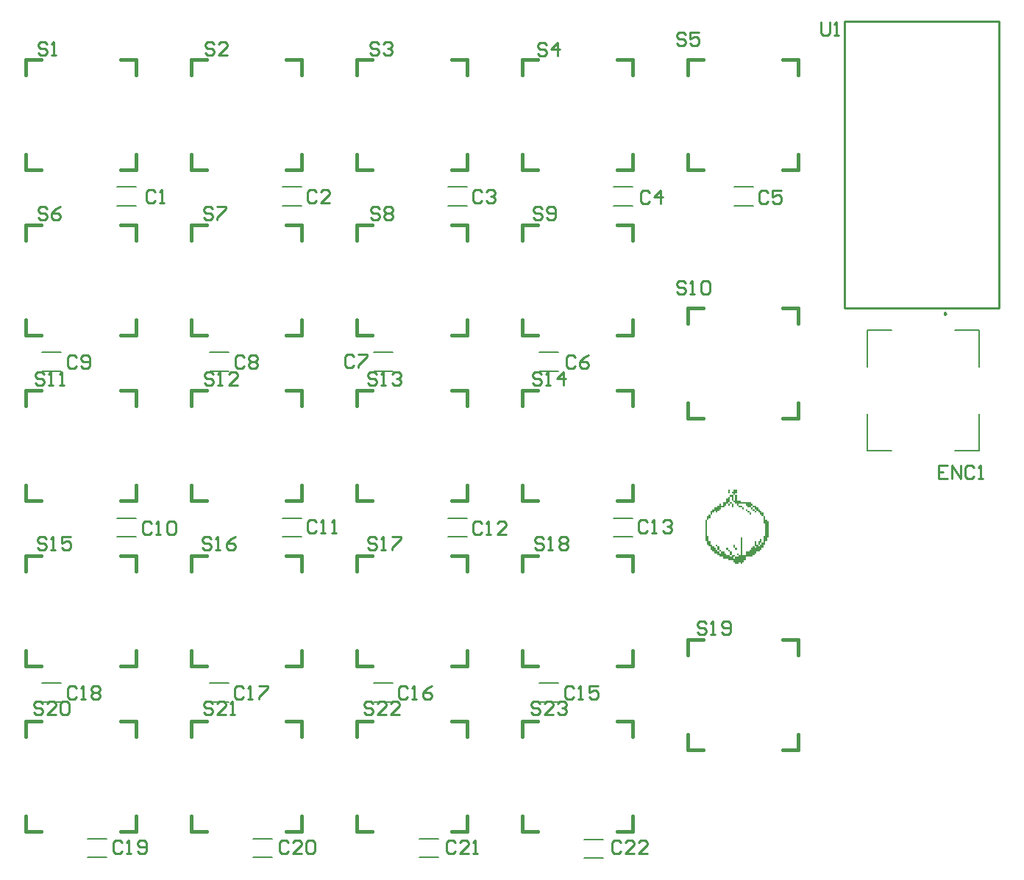
<source format=gto>
%FSTAX23Y23*%
%MOIN*%
%SFA1B1*%

%IPPOS*%
%ADD10C,0.009840*%
%ADD11C,0.015000*%
%ADD12C,0.007870*%
%ADD13C,0.010000*%
%LNnumpadpcb-1*%
%LPD*%
G36*
X18427Y06395D02*
Y06387D01*
X18419*
Y06395*
Y06403*
X18427*
Y06395*
G37*
G36*
X18459D02*
Y06387D01*
X18451*
Y06379*
X18459*
Y06371*
Y06363*
Y06355*
X18475*
Y06347*
X18523*
Y06339*
X18531*
Y06331*
X18547*
Y06323*
X18555*
Y06315*
X18563*
Y06307*
X18571*
Y06299*
X18579*
Y06291*
Y06283*
X18587*
Y06275*
Y06267*
X18595*
Y06259*
X18603*
Y06251*
Y06243*
Y06235*
Y06227*
Y06219*
Y06211*
Y06203*
Y06195*
Y06187*
X18595*
Y06179*
Y06171*
X18587*
Y06163*
Y06155*
X18579*
Y06147*
Y06139*
X18571*
Y06131*
X18563*
Y06123*
X18547*
Y06115*
X18539*
Y06107*
X18531*
Y06099*
X18499*
Y06091*
Y06083*
X18491*
Y06075*
X18483*
Y06067*
X18475*
Y06075*
X18467*
Y06067*
X18451*
Y06075*
X18443*
Y06083*
X18419*
Y06091*
X18395*
Y06099*
X18379*
Y06107*
X18371*
Y06115*
X18355*
Y06123*
X18347*
Y06131*
X18339*
Y06139*
Y06147*
X18331*
Y06155*
X18323*
Y06163*
Y06171*
X18315*
Y06179*
Y06187*
Y06195*
Y06203*
Y06211*
Y06219*
Y06227*
Y06235*
Y06243*
Y06251*
Y06259*
Y06267*
X18323*
Y06259*
Y06251*
Y06243*
Y06235*
Y06227*
Y06219*
Y06211*
Y06203*
Y06195*
X18331*
Y06187*
Y06179*
Y06171*
X18339*
Y06163*
Y06155*
X18347*
Y06147*
X18355*
Y06139*
X18363*
Y06131*
X18371*
Y06123*
X18379*
Y06115*
X18387*
Y06123*
X18379*
Y06131*
X18371*
Y06139*
Y06147*
X18363*
Y06155*
X18371*
Y06147*
X18379*
Y06139*
Y06131*
X18387*
Y06123*
X18403*
Y06115*
X18411*
Y06107*
X18427*
Y06099*
X18435*
Y06107*
X18427*
Y06115*
Y06123*
X18419*
Y06131*
X18411*
Y06139*
X18419*
Y06131*
X18427*
Y06123*
X18435*
Y06115*
Y06107*
X18451*
Y06099*
X18467*
Y06107*
X18459*
Y06115*
X18467*
Y06107*
X18475*
Y06115*
Y06123*
Y06131*
Y06139*
Y06147*
Y06155*
Y06163*
Y06171*
Y06179*
Y06187*
X18483*
Y06179*
Y06171*
Y06163*
Y06155*
Y06147*
Y06139*
Y06131*
Y06123*
Y06115*
Y06107*
X18499*
Y06115*
Y06123*
X18515*
Y06131*
X18523*
Y06139*
X18531*
Y06147*
X18539*
Y06139*
X18547*
Y06147*
X18539*
Y06155*
Y06163*
Y06171*
X18547*
Y06163*
Y06155*
X18555*
Y06147*
X18563*
Y06155*
X18555*
Y06163*
Y06171*
X18563*
Y06179*
X18571*
Y06171*
Y06163*
X18579*
Y06171*
Y06179*
Y06187*
Y06195*
X18587*
Y06203*
Y06211*
Y06219*
Y06227*
Y06235*
Y06243*
Y06251*
X18579*
Y06259*
Y06267*
Y06275*
Y06283*
X18571*
Y06291*
X18563*
Y06299*
X18555*
Y06307*
X18547*
Y06315*
X18539*
Y06323*
X18531*
Y06331*
X18523*
Y06323*
X18531*
Y06315*
X18539*
Y06307*
X18547*
Y06299*
X18539*
Y06307*
X18531*
Y06315*
X18523*
Y06323*
X18507*
Y06331*
X18499*
Y06339*
X18467*
Y06331*
X18483*
Y06323*
X18491*
Y06315*
X18483*
Y06323*
X18467*
Y06331*
X18459*
Y06339*
X18451*
Y06347*
X18443*
Y06355*
X18435*
Y06363*
Y06371*
X18427*
Y06379*
X18443*
Y06371*
Y06363*
Y06355*
X18451*
Y06363*
Y06371*
Y06379*
X18443*
Y06387*
X18435*
Y06395*
X18443*
Y06403*
X18459*
Y06395*
G37*
G36*
X18427Y06363D02*
Y06355D01*
Y06347*
X18435*
Y06339*
X18443*
Y06331*
Y06323*
X18435*
Y06331*
Y06339*
X18427*
Y06347*
X18419*
Y06339*
X18427*
Y06331*
X18419*
Y06339*
X18411*
Y06331*
X18403*
Y06323*
X18387*
Y06315*
X18379*
Y06307*
X18371*
Y06299*
X18363*
Y06307*
X18355*
Y06299*
X18347*
Y06291*
X18339*
Y06299*
Y06307*
X18347*
Y06315*
X18355*
Y06323*
X18371*
Y06331*
X18379*
Y06339*
X18387*
Y06331*
X18395*
Y06339*
Y06347*
X18411*
Y06355*
Y06363*
X18419*
Y06371*
X18427*
Y06363*
G37*
G36*
X18507Y06307D02*
X18515D01*
Y06299*
X18523*
Y06291*
X18515*
Y06299*
X18507*
Y06307*
X18499*
Y06315*
X18507*
Y06307*
G37*
G36*
X18339Y06283D02*
Y06275D01*
X18331*
Y06267*
X18323*
Y06275*
Y06283*
X18331*
Y06291*
X18339*
Y06283*
G37*
G36*
X18451Y06147D02*
Y06139D01*
X18459*
Y06131*
X18451*
Y06139*
X18443*
Y06147*
Y06155*
X18451*
Y06147*
G37*
%LNnumpadpcb-2*%
%LPC*%
G36*
X18571Y06163D02*
X18563D01*
Y06155*
X18571*
Y06163*
G37*
G36*
X18451Y06099D02*
X18443D01*
Y06091*
X18451*
Y06099*
G37*
%LNnumpadpcb-3*%
%LPD*%
G54D10*
X19406Y07202D02*
X19399Y07207D01*
Y07198*
X19406Y07202*
G54D11*
X18238Y08284D02*
Y08354D01*
Y07854D02*
Y07924D01*
Y07854D02*
X18308D01*
X18668D02*
X18738D01*
Y07924*
Y08284D02*
Y08354D01*
X18668D02*
X18738D01*
X18238D02*
X18308D01*
X18238Y07158D02*
Y07228D01*
Y06728D02*
Y06798D01*
Y06728D02*
X18308D01*
X18668D02*
X18738D01*
Y06798*
Y07158D02*
Y07228D01*
X18668D02*
X18738D01*
X18238D02*
X18308D01*
X17488Y05284D02*
Y05354D01*
Y04854D02*
Y04924D01*
Y04854D02*
X17558D01*
X17918D02*
X17988D01*
Y04924*
Y05284D02*
Y05354D01*
X17918D02*
X17988D01*
X17488D02*
X17558D01*
X16738Y05284D02*
Y05354D01*
Y04854D02*
Y04924D01*
Y04854D02*
X16808D01*
X17168D02*
X17238D01*
Y04924*
Y05284D02*
Y05354D01*
X17168D02*
X17238D01*
X16738D02*
X16808D01*
X15988Y05284D02*
Y05354D01*
Y04854D02*
Y04924D01*
Y04854D02*
X16058D01*
X16418D02*
X16488D01*
Y04924*
Y05284D02*
Y05354D01*
X16418D02*
X16488D01*
X15988D02*
X16058D01*
X15238Y05284D02*
Y05354D01*
Y04854D02*
Y04924D01*
Y04854D02*
X15308D01*
X15668D02*
X15738D01*
Y04924*
Y05284D02*
Y05354D01*
X15668D02*
X15738D01*
X15238D02*
X15308D01*
X18238Y05655D02*
Y05725D01*
Y05225D02*
Y05295D01*
Y05225D02*
X18308D01*
X18668D02*
X18738D01*
Y05295*
Y05655D02*
Y05725D01*
X18668D02*
X18738D01*
X18238D02*
X18308D01*
X17488Y06034D02*
Y06104D01*
Y05604D02*
Y05674D01*
Y05604D02*
X17558D01*
X17918D02*
X17988D01*
Y05674*
Y06034D02*
Y06104D01*
X17918D02*
X17988D01*
X17488D02*
X17558D01*
X16738Y06034D02*
Y06104D01*
Y05604D02*
Y05674D01*
Y05604D02*
X16808D01*
X17168D02*
X17238D01*
Y05674*
Y06034D02*
Y06104D01*
X17168D02*
X17238D01*
X16738D02*
X16808D01*
X15988Y06034D02*
Y06104D01*
Y05604D02*
Y05674D01*
Y05604D02*
X16058D01*
X16418D02*
X16488D01*
Y05674*
Y06034D02*
Y06104D01*
X16418D02*
X16488D01*
X15988D02*
X16058D01*
X15238Y06034D02*
Y06104D01*
Y05604D02*
Y05674D01*
Y05604D02*
X15308D01*
X15668D02*
X15738D01*
Y05674*
Y06034D02*
Y06104D01*
X15668D02*
X15738D01*
X15238D02*
X15308D01*
X17488Y06783D02*
Y06853D01*
Y06353D02*
Y06423D01*
Y06353D02*
X17558D01*
X17918D02*
X17988D01*
Y06423*
Y06783D02*
Y06853D01*
X17918D02*
X17988D01*
X17488D02*
X17558D01*
X16738Y06783D02*
Y06853D01*
Y06353D02*
Y06423D01*
Y06353D02*
X16808D01*
X17168D02*
X17238D01*
Y06423*
Y06783D02*
Y06853D01*
X17168D02*
X17238D01*
X16738D02*
X16808D01*
X15988Y06783D02*
Y06853D01*
Y06353D02*
Y06423D01*
Y06353D02*
X16058D01*
X16418D02*
X16488D01*
Y06423*
Y06783D02*
Y06853D01*
X16418D02*
X16488D01*
X15988D02*
X16058D01*
X15238Y06783D02*
Y06853D01*
Y06353D02*
Y06423D01*
Y06353D02*
X15308D01*
X15668D02*
X15738D01*
Y06423*
Y06783D02*
Y06853D01*
X15668D02*
X15738D01*
X15238D02*
X15308D01*
X17488Y07534D02*
Y07604D01*
Y07104D02*
Y07174D01*
Y07104D02*
X17558D01*
X17918D02*
X17988D01*
Y07174*
Y07534D02*
Y07604D01*
X17918D02*
X17988D01*
X17488D02*
X17558D01*
X16738Y07534D02*
Y07604D01*
Y07104D02*
Y07174D01*
Y07104D02*
X16808D01*
X17168D02*
X17238D01*
Y07174*
Y07534D02*
Y07604D01*
X17168D02*
X17238D01*
X16738D02*
X16808D01*
X15988Y07534D02*
Y07604D01*
Y07104D02*
Y07174D01*
Y07104D02*
X16058D01*
X16418D02*
X16488D01*
Y07174*
Y07534D02*
Y07604D01*
X16418D02*
X16488D01*
X15988D02*
X16058D01*
X15238Y07534D02*
Y07604D01*
Y07104D02*
Y07174D01*
Y07104D02*
X15308D01*
X15668D02*
X15738D01*
Y07174*
Y07534D02*
Y07604D01*
X15668D02*
X15738D01*
X15238D02*
X15308D01*
X17488Y08284D02*
Y08354D01*
Y07854D02*
Y07924D01*
Y07854D02*
X17558D01*
X17918D02*
X17988D01*
Y07924*
Y08284D02*
Y08354D01*
X17918D02*
X17988D01*
X17488D02*
X17558D01*
X16738Y08284D02*
Y08354D01*
Y07854D02*
Y07924D01*
Y07854D02*
X16808D01*
X17168D02*
X17238D01*
Y07924*
Y08284D02*
Y08354D01*
X17168D02*
X17238D01*
X16738D02*
X16808D01*
X15988Y08284D02*
Y08354D01*
Y07854D02*
Y07924D01*
Y07854D02*
X16058D01*
X16418D02*
X16488D01*
Y07924*
Y08284D02*
Y08354D01*
X16418D02*
X16488D01*
X15988D02*
X16058D01*
X15238Y08284D02*
Y08354D01*
Y07854D02*
Y07924D01*
Y07854D02*
X15308D01*
X15668D02*
X15738D01*
Y07924*
Y08284D02*
Y08354D01*
X15668D02*
X15738D01*
X15238D02*
X15308D01*
G54D12*
X16267Y04737D02*
X16354D01*
X16267Y04821D02*
X16354D01*
X17019Y04737D02*
X17106D01*
X17019Y04821D02*
X17106D01*
X17765Y04733D02*
X17852D01*
X17765Y04817D02*
X17852D01*
X15515Y04737D02*
X15602D01*
X15515Y04821D02*
X15602D01*
X19557Y0658D02*
Y06747D01*
Y06961D02*
Y07127D01*
X19049D02*
X19159D01*
X19446D02*
X19557D01*
X19049Y0658D02*
Y06747D01*
Y06961D02*
Y07127D01*
Y0658D02*
X19159D01*
X19446D02*
X19557D01*
X15311Y05442D02*
X15397D01*
X15311Y05526D02*
X15397D01*
X1607Y05442D02*
X16157D01*
X1607Y05526D02*
X16157D01*
X16814Y05442D02*
X16901D01*
X16814Y05526D02*
X16901D01*
X17562Y05442D02*
X17649D01*
X17562Y05527D02*
X17649D01*
X17901Y06275D02*
X17987D01*
X17901Y06191D02*
X17987D01*
X1715Y06275D02*
X17237D01*
X1715Y06191D02*
X17237D01*
X16401Y06275D02*
X16488D01*
X16401Y06191D02*
X16488D01*
X15651Y06275D02*
X15738D01*
X15651Y06191D02*
X15738D01*
X15311Y06942D02*
X15397D01*
X15311Y07026D02*
X15397D01*
X1607Y06942D02*
X16157D01*
X1607Y07026D02*
X16157D01*
X16814Y06942D02*
X16901D01*
X16814Y07026D02*
X16901D01*
X17562Y06942D02*
X17649D01*
X17562Y07026D02*
X17649D01*
X18445Y07776D02*
X18532D01*
X18445Y07691D02*
X18532D01*
X17901Y07776D02*
X17987D01*
X17901Y07691D02*
X17987D01*
X1715Y07776D02*
X17237D01*
X1715Y07691D02*
X17237D01*
X16401Y07776D02*
X16488D01*
X16401Y07691D02*
X16488D01*
X15651Y07776D02*
X15738D01*
X15651Y07691D02*
X15738D01*
G54D13*
X18946Y08526D02*
X19646D01*
Y07226D02*
Y08526D01*
X18946Y07226D02*
X19646D01*
X18946D02*
Y08526D01*
X18226Y08466D02*
X18216Y08476D01*
X18196*
X18186Y08466*
Y08456*
X18196Y08446*
X18216*
X18226Y08436*
Y08426*
X18216Y08416*
X18196*
X18186Y08426*
X18286Y08476D02*
X18246D01*
Y08446*
X18266Y08456*
X18276*
X18286Y08446*
Y08426*
X18276Y08416*
X18256*
X18246Y08426*
X18228Y07342D02*
X18218Y07352D01*
X18198*
X18188Y07342*
Y07332*
X18198Y07322*
X18218*
X18228Y07312*
Y07302*
X18218Y07292*
X18198*
X18188Y07302*
X18248Y07292D02*
X18268D01*
X18258*
Y07352*
X18248Y07342*
X18298D02*
X18308Y07352D01*
X18328*
X18338Y07342*
Y07302*
X18328Y07292*
X18308*
X18298Y07302*
Y07342*
X15334Y07677D02*
X15324Y07687D01*
X15304*
X15294Y07677*
Y07667*
X15304Y07657*
X15324*
X15334Y07647*
Y07637*
X15324Y07627*
X15304*
X15294Y07637*
X15394Y07687D02*
X15374Y07677D01*
X15354Y07657*
Y07637*
X15364Y07627*
X15384*
X15394Y07637*
Y07647*
X15384Y07657*
X15354*
X16082Y07677D02*
X16072Y07687D01*
X16052*
X16042Y07677*
Y07667*
X16052Y07657*
X16072*
X16082Y07647*
Y07637*
X16072Y07627*
X16052*
X16042Y07637*
X16102Y07687D02*
X16142D01*
Y07677*
X16102Y07637*
Y07627*
X1684Y07677D02*
X1683Y07687D01*
X1681*
X168Y07677*
Y07667*
X1681Y07657*
X1683*
X1684Y07647*
Y07637*
X1683Y07627*
X1681*
X168Y07637*
X1686Y07677D02*
X1687Y07687D01*
X1689*
X169Y07677*
Y07667*
X1689Y07657*
X169Y07647*
Y07637*
X1689Y07627*
X1687*
X1686Y07637*
Y07647*
X1687Y07657*
X1686Y07667*
Y07677*
X1687Y07657D02*
X1689D01*
X17578Y07677D02*
X17568Y07687D01*
X17548*
X17538Y07677*
Y07667*
X17548Y07657*
X17568*
X17578Y07647*
Y07637*
X17568Y07627*
X17548*
X17538Y07637*
X17598D02*
X17608Y07627D01*
X17628*
X17638Y07637*
Y07677*
X17628Y07687*
X17608*
X17598Y07677*
Y07667*
X17608Y07657*
X17638*
X15319Y06928D02*
X15309Y06938D01*
X15289*
X15279Y06928*
Y06918*
X15289Y06908*
X15309*
X15319Y06898*
Y06888*
X15309Y06878*
X15289*
X15279Y06888*
X15339Y06878D02*
X15359D01*
X15349*
Y06938*
X15339Y06928*
X15389Y06878D02*
X15409D01*
X15399*
Y06938*
X15389Y06928*
X16087D02*
X16077Y06938D01*
X16057*
X16047Y06928*
Y06918*
X16057Y06908*
X16077*
X16087Y06898*
Y06888*
X16077Y06878*
X16057*
X16047Y06888*
X16107Y06878D02*
X16127D01*
X16117*
Y06938*
X16107Y06928*
X16197Y06878D02*
X16157D01*
X16197Y06918*
Y06928*
X16187Y06938*
X16167*
X16157Y06928*
X16825D02*
X16815Y06938D01*
X16795*
X16785Y06928*
Y06918*
X16795Y06908*
X16815*
X16825Y06898*
Y06888*
X16815Y06878*
X16795*
X16785Y06888*
X16845Y06878D02*
X16865D01*
X16855*
Y06938*
X16845Y06928*
X16895D02*
X16905Y06938D01*
X16925*
X16935Y06928*
Y06918*
X16925Y06908*
X16915*
X16925*
X16935Y06898*
Y06888*
X16925Y06878*
X16905*
X16895Y06888*
X17573Y06928D02*
X17563Y06938D01*
X17543*
X17533Y06928*
Y06918*
X17543Y06908*
X17563*
X17573Y06898*
Y06888*
X17563Y06878*
X17543*
X17533Y06888*
X17593Y06878D02*
X17613D01*
X17603*
Y06938*
X17593Y06928*
X17673Y06878D02*
Y06938D01*
X17643Y06908*
X17683*
X16426Y04803D02*
X16416Y04813D01*
X16396*
X16386Y04803*
Y04763*
X16396Y04753*
X16416*
X16426Y04763*
X16486Y04753D02*
X16446D01*
X16486Y04793*
Y04803*
X16476Y04813*
X16456*
X16446Y04803*
X16506D02*
X16516Y04813D01*
X16536*
X16546Y04803*
Y04763*
X16536Y04753*
X16516*
X16506Y04763*
Y04803*
X17184D02*
X17174Y04813D01*
X17154*
X17144Y04803*
Y04763*
X17154Y04753*
X17174*
X17184Y04763*
X17244Y04753D02*
X17204D01*
X17244Y04793*
Y04803*
X17234Y04813*
X17214*
X17204Y04803*
X17264Y04753D02*
X17284D01*
X17274*
Y04813*
X17264Y04803*
X17932D02*
X17922Y04813D01*
X17902*
X17892Y04803*
Y04763*
X17902Y04753*
X17922*
X17932Y04763*
X17992Y04753D02*
X17952D01*
X17992Y04793*
Y04803*
X17982Y04813*
X17962*
X17952Y04803*
X18052Y04753D02*
X18012D01*
X18052Y04793*
Y04803*
X18042Y04813*
X18022*
X18012Y04803*
X15673D02*
X15663Y04813D01*
X15643*
X15633Y04803*
Y04763*
X15643Y04753*
X15663*
X15673Y04763*
X15693Y04753D02*
X15713D01*
X15703*
Y04813*
X15693Y04803*
X15743Y04763D02*
X15753Y04753D01*
X15773*
X15783Y04763*
Y04803*
X15773Y04813*
X15753*
X15743Y04803*
Y04793*
X15753Y04783*
X15783*
X16553Y06256D02*
X16543Y06266D01*
X16523*
X16513Y06256*
Y06216*
X16523Y06206*
X16543*
X16553Y06216*
X16573Y06206D02*
X16593D01*
X16583*
Y06266*
X16573Y06256*
X16623Y06206D02*
X16643D01*
X16633*
Y06266*
X16623Y06256*
X17728Y07004D02*
X17718Y07014D01*
X17698*
X17688Y07004*
Y06964*
X17698Y06954*
X17718*
X17728Y06964*
X17788Y07014D02*
X17768Y07004D01*
X17748Y06984*
Y06964*
X17758Y06954*
X17778*
X17788Y06964*
Y06974*
X17778Y06984*
X17748*
X16722Y07008D02*
X16712Y07018D01*
X16692*
X16682Y07008*
Y06968*
X16692Y06958*
X16712*
X16722Y06968*
X16742Y07018D02*
X16782D01*
Y07008*
X16742Y06968*
Y06958*
X16228Y07004D02*
X16218Y07014D01*
X16198*
X16188Y07004*
Y06964*
X16198Y06954*
X16218*
X16228Y06964*
X16248Y07004D02*
X16258Y07014D01*
X16278*
X16288Y07004*
Y06994*
X16278Y06984*
X16288Y06974*
Y06964*
X16278Y06954*
X16258*
X16248Y06964*
Y06974*
X16258Y06984*
X16248Y06994*
Y07004*
X16258Y06984D02*
X16278D01*
X15466Y07004D02*
X15456Y07014D01*
X15436*
X15426Y07004*
Y06964*
X15436Y06954*
X15456*
X15466Y06964*
X15486D02*
X15496Y06954D01*
X15516*
X15526Y06964*
Y07004*
X15516Y07014*
X15496*
X15486Y07004*
Y06994*
X15496Y06984*
X15526*
X186Y07751D02*
X1859Y07761D01*
X1857*
X1856Y07751*
Y07711*
X1857Y07701*
X1859*
X186Y07711*
X1866Y07761D02*
X1862D01*
Y07731*
X1864Y07741*
X1865*
X1866Y07731*
Y07711*
X1865Y07701*
X1863*
X1862Y07711*
X15465Y05504D02*
X15455Y05514D01*
X15435*
X15425Y05504*
Y05464*
X15435Y05454*
X15455*
X15465Y05464*
X15485Y05454D02*
X15505D01*
X15495*
Y05514*
X15485Y05504*
X15534D02*
X15544Y05514D01*
X15564*
X15574Y05504*
Y05494*
X15564Y05484*
X15574Y05474*
Y05464*
X15564Y05454*
X15544*
X15534Y05464*
Y05474*
X15544Y05484*
X15534Y05494*
Y05504*
X15544Y05484D02*
X15564D01*
X16224Y05504D02*
X16214Y05514D01*
X16194*
X16184Y05504*
Y05464*
X16194Y05454*
X16214*
X16224Y05464*
X16244Y05454D02*
X16264D01*
X16254*
Y05514*
X16244Y05504*
X16294Y05514D02*
X16334D01*
Y05504*
X16294Y05464*
Y05454*
X16968Y05504D02*
X16958Y05514D01*
X16938*
X16928Y05504*
Y05464*
X16938Y05454*
X16958*
X16968Y05464*
X16988Y05454D02*
X17008D01*
X16998*
Y05514*
X16988Y05504*
X17078Y05514D02*
X17058Y05504D01*
X17038Y05484*
Y05464*
X17048Y05454*
X17068*
X17078Y05464*
Y05474*
X17068Y05484*
X17038*
X1772Y05504D02*
X1771Y05514D01*
X1769*
X1768Y05504*
Y05464*
X1769Y05454*
X1771*
X1772Y05464*
X1774Y05454D02*
X1776D01*
X1775*
Y05514*
X1774Y05504*
X1783Y05514D02*
X1779D01*
Y05484*
X1781Y05494*
X1782*
X1783Y05484*
Y05464*
X1782Y05454*
X178*
X1779Y05464*
X17303Y06252D02*
X17293Y06262D01*
X17273*
X17263Y06252*
Y06212*
X17273Y06202*
X17293*
X17303Y06212*
X17323Y06202D02*
X17343D01*
X17333*
Y06262*
X17323Y06252*
X17413Y06202D02*
X17373D01*
X17413Y06242*
Y06252*
X17403Y06262*
X17383*
X17373Y06252*
X18054Y06257D02*
X18044Y06267D01*
X18024*
X18014Y06257*
Y06217*
X18024Y06207*
X18044*
X18054Y06217*
X18074Y06207D02*
X18094D01*
X18084*
Y06267*
X18074Y06257*
X18124D02*
X18134Y06267D01*
X18154*
X18164Y06257*
Y06247*
X18154Y06237*
X18144*
X18154*
X18164Y06227*
Y06217*
X18154Y06207*
X18134*
X18124Y06217*
X15806Y06249D02*
X15796Y06259D01*
X15776*
X15766Y06249*
Y06209*
X15776Y06199*
X15796*
X15806Y06209*
X15826Y06199D02*
X15846D01*
X15836*
Y06259*
X15826Y06249*
X15876D02*
X15886Y06259D01*
X15905*
X15915Y06249*
Y06209*
X15905Y06199*
X15886*
X15876Y06209*
Y06249*
X18062Y07751D02*
X18052Y07761D01*
X18032*
X18022Y07751*
Y07711*
X18032Y07701*
X18052*
X18062Y07711*
X18112Y07701D02*
Y07761D01*
X18082Y07731*
X18122*
X17302Y07754D02*
X17292Y07764D01*
X17272*
X17262Y07754*
Y07714*
X17272Y07704*
X17292*
X17302Y07714*
X17322Y07754D02*
X17332Y07764D01*
X17352*
X17362Y07754*
Y07744*
X17352Y07734*
X17342*
X17352*
X17362Y07724*
Y07714*
X17352Y07704*
X17332*
X17322Y07714*
X16553Y07754D02*
X16543Y07764D01*
X16523*
X16513Y07754*
Y07714*
X16523Y07704*
X16543*
X16553Y07714*
X16613Y07704D02*
X16573D01*
X16613Y07744*
Y07754*
X16603Y07764*
X16583*
X16573Y07754*
X15824D02*
X15814Y07764D01*
X15794*
X15784Y07754*
Y07714*
X15794Y07704*
X15814*
X15824Y07714*
X15844Y07704D02*
X15864D01*
X15854*
Y07764*
X15844Y07754*
X17568Y05433D02*
X17558Y05443D01*
X17538*
X17528Y05433*
Y05423*
X17538Y05413*
X17558*
X17568Y05403*
Y05393*
X17558Y05383*
X17538*
X17528Y05393*
X17628Y05383D02*
X17588D01*
X17628Y05423*
Y05433*
X17618Y05443*
X17598*
X17588Y05433*
X17648D02*
X17658Y05443D01*
X17678*
X17688Y05433*
Y05423*
X17678Y05413*
X17668*
X17678*
X17688Y05403*
Y05393*
X17678Y05383*
X17658*
X17648Y05393*
X17596Y08421D02*
X17586Y08431D01*
X17566*
X17556Y08421*
Y08411*
X17566Y08401*
X17586*
X17596Y08391*
Y08381*
X17586Y08371*
X17566*
X17556Y08381*
X17646Y08371D02*
Y08431D01*
X17616Y08401*
X17656*
X15332Y08425D02*
X15322Y08435D01*
X15302*
X15292Y08425*
Y08415*
X15302Y08405*
X15322*
X15332Y08395*
Y08385*
X15322Y08375*
X15302*
X15292Y08385*
X15352Y08375D02*
X15372D01*
X15362*
Y08435*
X15352Y08425*
X16082Y05433D02*
X16072Y05443D01*
X16052*
X16042Y05433*
Y05423*
X16052Y05413*
X16072*
X16082Y05403*
Y05393*
X16072Y05383*
X16052*
X16042Y05393*
X16142Y05383D02*
X16102D01*
X16142Y05423*
Y05433*
X16132Y05443*
X16112*
X16102Y05433*
X16162Y05383D02*
X16182D01*
X16172*
Y05443*
X16162Y05433*
X1681D02*
X168Y05443D01*
X1678*
X1677Y05433*
Y05423*
X1678Y05413*
X168*
X1681Y05403*
Y05393*
X168Y05383*
X1678*
X1677Y05393*
X1687Y05383D02*
X1683D01*
X1687Y05423*
Y05433*
X1686Y05443*
X1684*
X1683Y05433*
X1693Y05383D02*
X1689D01*
X1693Y05423*
Y05433*
X1692Y05443*
X169*
X1689Y05433*
X15314D02*
X15304Y05443D01*
X15284*
X15274Y05433*
Y05423*
X15284Y05413*
X15304*
X15314Y05403*
Y05393*
X15304Y05383*
X15284*
X15274Y05393*
X15374Y05383D02*
X15334D01*
X15374Y05423*
Y05433*
X15364Y05443*
X15344*
X15334Y05433*
X15394D02*
X15404Y05443D01*
X15424*
X15434Y05433*
Y05393*
X15424Y05383*
X15404*
X15394Y05393*
Y05433*
X18321Y05796D02*
X18311Y05806D01*
X18291*
X18281Y05796*
Y05786*
X18291Y05776*
X18311*
X18321Y05766*
Y05756*
X18311Y05746*
X18291*
X18281Y05756*
X18341Y05746D02*
X18361D01*
X18351*
Y05806*
X18341Y05796*
X18391Y05756D02*
X18401Y05746D01*
X18421*
X18431Y05756*
Y05796*
X18421Y05806*
X18401*
X18391Y05796*
Y05786*
X18401Y05776*
X18431*
X16077Y06181D02*
X16067Y06191D01*
X16047*
X16037Y06181*
Y06171*
X16047Y06161*
X16067*
X16077Y06151*
Y06141*
X16067Y06131*
X16047*
X16037Y06141*
X16097Y06131D02*
X16117D01*
X16107*
Y06191*
X16097Y06181*
X16187Y06191D02*
X16167Y06181D01*
X16147Y06161*
Y06141*
X16157Y06131*
X16177*
X16187Y06141*
Y06151*
X16177Y06161*
X16147*
X16825Y06181D02*
X16815Y06191D01*
X16795*
X16785Y06181*
Y06171*
X16795Y06161*
X16815*
X16825Y06151*
Y06141*
X16815Y06131*
X16795*
X16785Y06141*
X16845Y06131D02*
X16865D01*
X16855*
Y06191*
X16845Y06181*
X16895Y06191D02*
X16935D01*
Y06181*
X16895Y06141*
Y06131*
X17583Y06182D02*
X17573Y06192D01*
X17553*
X17543Y06182*
Y06172*
X17553Y06162*
X17573*
X17583Y06152*
Y06142*
X17573Y06132*
X17553*
X17543Y06142*
X17603Y06132D02*
X17623D01*
X17613*
Y06192*
X17603Y06182*
X17653D02*
X17663Y06192D01*
X17683*
X17693Y06182*
Y06172*
X17683Y06162*
X17693Y06152*
Y06142*
X17683Y06132*
X17663*
X17653Y06142*
Y06152*
X17663Y06162*
X17653Y06172*
Y06182*
X17663Y06162D02*
X17683D01*
X15329Y06181D02*
X15319Y06191D01*
X15299*
X15289Y06181*
Y06171*
X15299Y06161*
X15319*
X15329Y06151*
Y06141*
X15319Y06131*
X15299*
X15289Y06141*
X15349Y06131D02*
X15369D01*
X15359*
Y06191*
X15349Y06181*
X15439Y06191D02*
X15399D01*
Y06161*
X15419Y06171*
X15429*
X15439Y06161*
Y06141*
X15429Y06131*
X15409*
X15399Y06141*
X16838Y08425D02*
X16828Y08435D01*
X16808*
X16798Y08425*
Y08415*
X16808Y08405*
X16828*
X16838Y08395*
Y08385*
X16828Y08375*
X16808*
X16798Y08385*
X16858Y08425D02*
X16868Y08435D01*
X16888*
X16898Y08425*
Y08415*
X16888Y08405*
X16878*
X16888*
X16898Y08395*
Y08385*
X16888Y08375*
X16868*
X16858Y08385*
X18841Y08524D02*
Y08474D01*
X18851Y08464*
X18871*
X18881Y08474*
Y08524*
X18901Y08464D02*
X18921D01*
X18911*
Y08524*
X18901Y08514*
X19412Y06514D02*
X19372D01*
Y06454*
X19412*
X19372Y06484D02*
X19392D01*
X19432Y06454D02*
Y06514D01*
X19472Y06454*
Y06514*
X19532Y06504D02*
X19522Y06514D01*
X19502*
X19492Y06504*
Y06464*
X19502Y06454*
X19522*
X19532Y06464*
X19552Y06454D02*
X19572D01*
X19562*
Y06514*
X19552Y06504*
X1609Y08425D02*
X1608Y08435D01*
X1606*
X1605Y08425*
Y08415*
X1606Y08405*
X1608*
X1609Y08395*
Y08385*
X1608Y08375*
X1606*
X1605Y08385*
X1615Y08375D02*
X1611D01*
X1615Y08415*
Y08425*
X1614Y08435*
X1612*
X1611Y08425*
M02*
</source>
